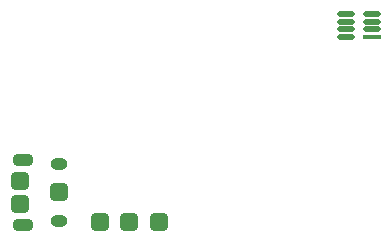
<source format=gbr>
%TF.GenerationSoftware,Altium Limited,Altium Designer,23.0.1 (38)*%
G04 Layer_Color=8421504*
%FSLAX45Y45*%
%MOMM*%
%TF.SameCoordinates,E21AF8FC-8B61-408E-9598-FC2968858709*%
%TF.FilePolarity,Positive*%
%TF.FileFunction,Paste,Top*%
%TF.Part,Single*%
G01*
G75*
%TA.AperFunction,SMDPad,CuDef*%
G04:AMPARAMS|DCode=11|XSize=1.5mm|YSize=1.5mm|CornerRadius=0.3mm|HoleSize=0mm|Usage=FLASHONLY|Rotation=90.000|XOffset=0mm|YOffset=0mm|HoleType=Round|Shape=RoundedRectangle|*
%AMROUNDEDRECTD11*
21,1,1.50000,0.90000,0,0,90.0*
21,1,0.90000,1.50000,0,0,90.0*
1,1,0.60000,0.45000,0.45000*
1,1,0.60000,0.45000,-0.45000*
1,1,0.60000,-0.45000,-0.45000*
1,1,0.60000,-0.45000,0.45000*
%
%ADD11ROUNDEDRECTD11*%
%TA.AperFunction,ConnectorPad*%
%ADD12O,1.45000X1.05000*%
%ADD13O,1.80000X1.10000*%
%TA.AperFunction,SMDPad,CuDef*%
G04:AMPARAMS|DCode=14|XSize=1.50524mm|YSize=0.45493mm|CornerRadius=0.22746mm|HoleSize=0mm|Usage=FLASHONLY|Rotation=180.000|XOffset=0mm|YOffset=0mm|HoleType=Round|Shape=RoundedRectangle|*
%AMROUNDEDRECTD14*
21,1,1.50524,0.00000,0,0,180.0*
21,1,1.05031,0.45493,0,0,180.0*
1,1,0.45493,-0.52516,0.00000*
1,1,0.45493,0.52516,0.00000*
1,1,0.45493,0.52516,0.00000*
1,1,0.45493,-0.52516,0.00000*
%
%ADD14ROUNDEDRECTD14*%
%ADD15R,1.50524X0.45493*%
D11*
X4039700Y7306500D02*
D03*
X3539700D02*
D03*
X3789700D02*
D03*
X3189700Y7556500D02*
D03*
X2859700Y7656500D02*
D03*
Y7456500D02*
D03*
D12*
X3192700Y7314000D02*
D03*
Y7799000D02*
D03*
D13*
X2889700Y7829000D02*
D03*
Y7284000D02*
D03*
D14*
X5621903Y8872800D02*
D03*
Y8937800D02*
D03*
Y9002800D02*
D03*
Y9067800D02*
D03*
X5842000D02*
D03*
Y9002800D02*
D03*
Y8937800D02*
D03*
D15*
Y8872800D02*
D03*
%TF.MD5,e48ec9534d28a1661fc500997710a463*%
M02*

</source>
